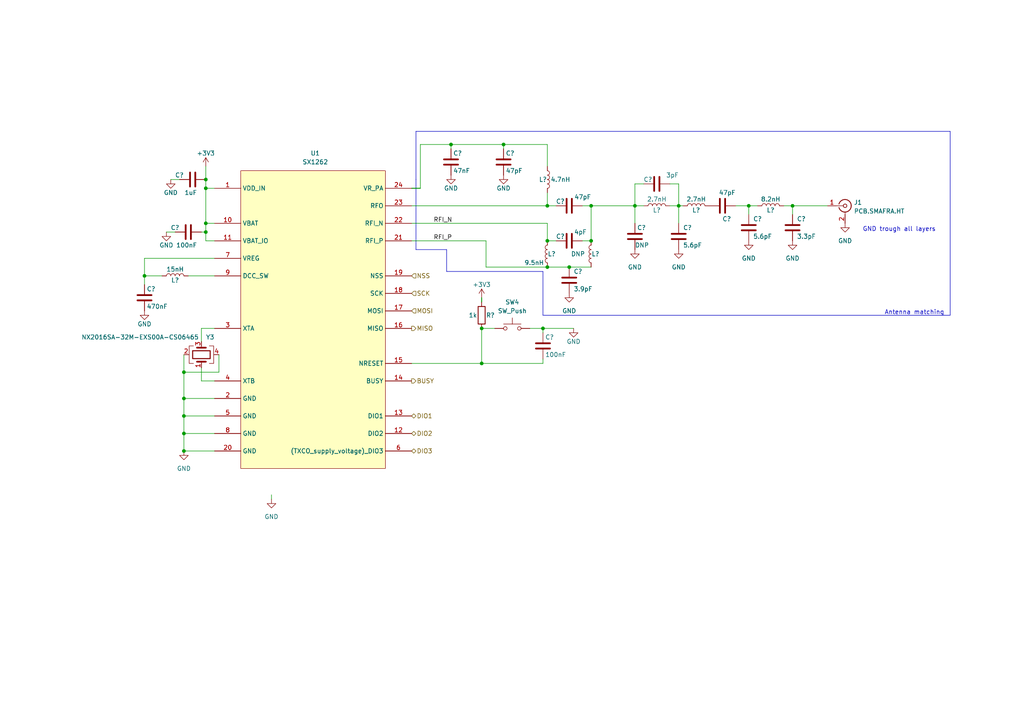
<source format=kicad_sch>
(kicad_sch (version 20231120) (generator "eeschema") (generator_version "8.0")
  (paper "A4")
  (title_block (title "Transceiver"))
  (lib_symbols
    (symbol "Connector:Conn_Coaxial" (pin_names (offset 1.016) hide)
      (property "Reference" "J" (at 0.254 3.048 0))
      (property "Value" "Conn_Coaxial" (at 2.921 0 90))
      (symbol "Conn_Coaxial_0_1"
        (arc (start -1.778 -0.508) (mid 0.2311 -1.8066) (end 1.778 0) (stroke (width 0.254)))
        (polyline (pts (xy -2.54 0) (xy -0.508 0)))
        (polyline (pts (xy 0 -2.54) (xy 0 -1.778)))
        (circle (center 0 0) (radius 0.508) (stroke (width 0.2032)))
        (arc (start 1.778 0) (mid 0.2099 1.8101) (end -1.778 0.508) (stroke (width 0.254)))
      )
      (symbol "Conn_Coaxial_1_1"
        (pin passive line (at -5.08 0 0) (length 2.54) (name "In") (number "1"))
        (pin passive line (at 0 -5.08 90) (length 2.54) (name "Ext") (number "2"))
      )
    )
    (symbol "Device:C" (pin_numbers hide) (pin_names (offset 0.254))
      (property "Reference" "C" (at 0.635 2.54 0))
      (property "Value" "C" (at 0.635 -2.54 0))
      (symbol "C_0_1"
        (polyline (pts (xy -2.032 -0.762) (xy 2.032 -0.762)) (stroke (width 0.508)))
        (polyline (pts (xy -2.032 0.762) (xy 2.032 0.762)) (stroke (width 0.508)))
      )
      (symbol "C_1_1"
        (pin passive line (at 0 3.81 270) (length 2.794) (name "~") (number "1"))
        (pin passive line (at 0 -3.81 90) (length 2.794) (name "~") (number "2"))
      )
    )
    (symbol "Device:Crystal_GND24" (pin_names (offset 1.016) hide)
      (property "Reference" "Y" (at 3.175 5.08 0))
      (property "Value" "Crystal_GND24" (at 3.175 3.175 0))
      (symbol "Crystal_GND24_0_1"
        (rectangle (start -1.143 2.54) (end 1.143 -2.54) (stroke (width 0.3048)))
        (polyline (pts (xy -2.54 0) (xy -2.032 0)))
        (polyline (pts (xy -2.032 -1.27) (xy -2.032 1.27)) (stroke (width 0.508)))
        (polyline (pts (xy 0 -3.81) (xy 0 -3.556)))
        (polyline (pts (xy 0 3.556) (xy 0 3.81)))
        (polyline (pts (xy 2.032 -1.27) (xy 2.032 1.27)) (stroke (width 0.508)))
        (polyline (pts (xy 2.032 0) (xy 2.54 0)))
        (polyline (pts (xy -2.54 -2.286) (xy -2.54 -3.556) (xy 2.54 -3.556) (xy 2.54 -2.286)))
        (polyline (pts (xy -2.54 2.286) (xy -2.54 3.556) (xy 2.54 3.556) (xy 2.54 2.286)))
      )
      (symbol "Crystal_GND24_1_1"
        (pin passive line (at -3.81 0 0) (length 1.27) (name "1") (number "1"))
        (pin passive line (at 0 5.08 270) (length 1.27) (name "2") (number "2"))
        (pin passive line (at 3.81 0 180) (length 1.27) (name "3") (number "3"))
        (pin passive line (at 0 -5.08 90) (length 1.27) (name "4") (number "4"))
      )
    )
    (symbol "Device:L" (pin_numbers hide) (pin_names (offset 1.016) hide)
      (property "Reference" "L" (at -1.27 0 90))
      (property "Value" "L" (at 1.905 0 90))
      (symbol "L_0_1"
        (arc (start 0 -2.54) (mid 0.6323 -1.905) (end 0 -1.27))
        (arc (start 0 -1.27) (mid 0.6323 -0.635) (end 0 0))
        (arc (start 0 0) (mid 0.6323 0.635) (end 0 1.27))
        (arc (start 0 1.27) (mid 0.6323 1.905) (end 0 2.54))
      )
      (symbol "L_1_1"
        (pin passive line (at 0 3.81 270) (length 1.27) (name "1") (number "1"))
        (pin passive line (at 0 -3.81 90) (length 1.27) (name "2") (number "2"))
      )
    )
    (symbol "Device:R" (pin_numbers hide) (pin_names (offset 0))
      (property "Reference" "R" (at 2.032 0 90))
      (property "Value" "R" (at 0 0 90))
      (symbol "R_0_1"
        (rectangle (start -1.016 -2.54) (end 1.016 2.54) (stroke (width 0.254)))
      )
      (symbol "R_1_1"
        (pin passive line (at 0 3.81 270) (length 1.27) (name "~") (number "1"))
        (pin passive line (at 0 -3.81 90) (length 1.27) (name "~") (number "2"))
      )
    )
    (symbol "Switch:SW_Push" (pin_numbers hide) (pin_names (offset 1.016) hide)
      (property "Reference" "SW" (at 1.27 2.54 0))
      (property "Value" "SW_Push" (at 0 -1.524 0))
      (symbol "SW_Push_0_1"
        (circle (center -2.032 0) (radius 0.508))
        (polyline (pts (xy 0 1.27) (xy 0 3.048)))
        (polyline (pts (xy 2.54 1.27) (xy -2.54 1.27)))
        (circle (center 2.032 0) (radius 0.508))
        (pin passive line (at -5.08 0 0) (length 2.54) (name "1") (number "1"))
        (pin passive line (at 5.08 0 180) (length 2.54) (name "2") (number "2"))
      )
    )
    (symbol "custom_library:SX1262"
      (property "Reference" "U" (at 27.94 85.09 0))
      (property "Value" "SX1262" (at 27.94 82.55 0))
      (symbol "SX1262_1_0"
        (rectangle (start 7.62 81.28) (end 49.53 -5.08) (fill (type background)))
        (pin passive line (at 0 76.2 0) (length 7.62) (name "VDD_IN") (number "1"))
        (pin passive line (at 0 66.04 0) (length 7.62) (name "VBAT") (number "10"))
        (pin passive line (at 0 60.96 0) (length 7.62) (name "VBAT_IO") (number "11"))
        (pin passive line (at 57.15 5.08 180) (length 7.62) (name "DIO2") (number "12"))
        (pin passive line (at 57.15 10.16 180) (length 7.62) (name "DIO1") (number "13"))
        (pin passive line (at 57.15 20.32 180) (length 7.62) (name "BUSY") (number "14"))
        (pin passive line (at 57.15 25.4 180) (length 7.62) (name "NRESET") (number "15"))
        (pin passive line (at 57.15 35.56 180) (length 7.62) (name "MISO") (number "16"))
        (pin passive line (at 57.15 40.64 180) (length 7.62) (name "MOSI") (number "17"))
        (pin passive line (at 57.15 45.72 180) (length 7.62) (name "SCK") (number "18"))
        (pin passive line (at 57.15 50.8 180) (length 7.62) (name "NSS") (number "19"))
        (pin passive line (at 0 15.24 0) (length 7.62) (name "GND") (number "2"))
        (pin passive line (at 0 0 0) (length 7.62) (name "GND") (number "20"))
        (pin passive line (at 57.15 60.96 180) (length 7.62) (name "RFI_P") (number "21"))
        (pin passive line (at 57.15 66.04 180) (length 7.62) (name "RFI_N") (number "22"))
        (pin passive line (at 57.15 71.12 180) (length 7.62) (name "RFO") (number "23"))
        (pin passive line (at 57.15 76.2 180) (length 7.62) (name "VR_PA") (number "24"))
        (pin passive line (at 0 35.56 0) (length 7.62) (name "XTA") (number "3"))
        (pin passive line (at 0 20.32 0) (length 7.62) (name "XTB") (number "4"))
        (pin passive line (at 0 10.16 0) (length 7.62) (name "GND") (number "5"))
        (pin passive line (at 57.15 0 180) (length 7.62) (name "(TXCO_supply_voltage)_DIO3") (number "6"))
        (pin passive line (at 0 55.88 0) (length 7.62) (name "VREG") (number "7"))
        (pin passive line (at 0 5.08 0) (length 7.62) (name "GND") (number "8"))
        (pin passive line (at 0 50.8 0) (length 7.62) (name "DCC_SW") (number "9"))
      )
    )
    (symbol "power:+3V3" (power) (pin_names (offset 0))
      (property "Value" "+3V3" (at 0 3.556 0))
      (symbol "+3V3_0_1"
        (polyline (pts (xy -0.762 1.27) (xy 0 2.54)))
        (polyline (pts (xy 0 0) (xy 0 2.54)))
        (polyline (pts (xy 0 2.54) (xy 0.762 1.27)))
      )
      (symbol "+3V3_1_1"
        (pin power_in line (at 0 0 90) (length 0) hide (name "+3V3") (number "1"))
      )
    )
    (symbol "power:GND" (power) (pin_names (offset 0))
      (property "Value" "GND" (at 0 -3.81 0))
      (symbol "GND_0_1"
        (polyline (pts (xy 0 0) (xy 0 -1.27) (xy 1.27 -1.27) (xy 0 -2.54) (xy -1.27 -1.27) (xy 0 -1.27)))
      )
      (symbol "GND_1_1"
        (pin power_in line (at 0 0 270) (length 0) hide (name "GND") (number "1"))
      )
    )
  )
  (junction (at 158.75 59.69))
  (junction (at 196.85 59.69))
  (junction (at 59.69 52.07))
  (junction (at 139.7 95.25))
  (junction (at 139.7 105.41))
  (junction (at 184.15 59.69))
  (junction (at 165.1 77.47))
  (junction (at 130.81 41.91))
  (junction (at 59.69 54.61))
  (junction (at 158.75 77.47))
  (junction (at 53.34 107.95))
  (junction (at 217.17 59.69))
  (junction (at 158.75 69.85))
  (junction (at 146.05 41.91))
  (junction (at 53.34 120.65))
  (junction (at 157.48 95.25))
  (junction (at 41.91 80.01))
  (junction (at 59.69 67.31))
  (junction (at 53.34 130.81))
  (junction (at 59.69 64.77))
  (junction (at 171.45 69.85))
  (junction (at 53.34 115.57))
  (junction (at 171.45 59.69))
  (junction (at 53.34 125.73))
  (junction (at 229.87 59.69))
  (wire (pts (xy 53.34 125.73) (xy 62.23 125.73)))
  (wire (pts (xy 41.91 74.93) (xy 41.91 80.01)))
  (wire (pts (xy 171.45 59.69) (xy 184.15 59.69)))
  (wire (pts (xy 41.91 82.55) (xy 41.91 80.01)))
  (wire (pts (xy 184.15 59.69) (xy 186.69 59.69)))
  (polyline (pts (xy 157.48 91.44) (xy 157.48 78.74)))
  (wire (pts (xy 58.42 110.49) (xy 62.23 110.49)))
  (wire (pts (xy 48.26 67.31) (xy 50.8 67.31)))
  (wire (pts (xy 53.34 125.73) (xy 53.34 130.81)))
  (wire (pts (xy 196.85 53.34) (xy 196.85 59.69)))
  (wire (pts (xy 196.85 59.69) (xy 196.85 64.77)))
  (wire (pts (xy 140.97 69.85) (xy 140.97 77.47)))
  (wire (pts (xy 198.12 59.69) (xy 196.85 59.69)))
  (wire (pts (xy 139.7 95.25) (xy 143.51 95.25)))
  (polyline (pts (xy 129.54 78.74) (xy 129.54 72.39)))
  (wire (pts (xy 53.34 115.57) (xy 53.34 120.65)))
  (wire (pts (xy 119.38 59.69) (xy 158.75 59.69)))
  (wire (pts (xy 217.17 62.23) (xy 217.17 59.69)))
  (wire (pts (xy 158.75 59.69) (xy 161.29 59.69)))
  (wire (pts (xy 157.48 95.25) (xy 166.37 95.25)))
  (wire (pts (xy 53.34 102.87) (xy 53.34 107.95)))
  (wire (pts (xy 168.91 69.85) (xy 171.45 69.85)))
  (wire (pts (xy 119.38 105.41) (xy 139.7 105.41)))
  (wire (pts (xy 54.61 80.01) (xy 62.23 80.01)))
  (wire (pts (xy 59.69 48.26) (xy 59.69 52.07)))
  (wire (pts (xy 58.42 67.31) (xy 59.69 67.31)))
  (wire (pts (xy 194.31 59.69) (xy 196.85 59.69)))
  (wire (pts (xy 158.75 64.77) (xy 158.75 69.85)))
  (polyline (pts (xy 275.59 91.44) (xy 157.48 91.44)))
  (wire (pts (xy 59.69 52.07) (xy 59.69 54.61)))
  (wire (pts (xy 58.42 95.25) (xy 58.42 99.06)))
  (wire (pts (xy 62.23 64.77) (xy 59.69 64.77)))
  (wire (pts (xy 119.38 54.61) (xy 121.92 54.61)) (stroke (width 0.254)))
  (wire (pts (xy 184.15 64.77) (xy 184.15 59.69)))
  (wire (pts (xy 119.38 64.77) (xy 158.75 64.77)))
  (wire (pts (xy 53.34 107.95) (xy 53.34 115.57)))
  (wire (pts (xy 41.91 80.01) (xy 46.99 80.01)))
  (wire (pts (xy 184.15 53.34) (xy 184.15 59.69)))
  (polyline (pts (xy 275.59 38.1) (xy 275.59 91.44)))
  (wire (pts (xy 121.92 54.61) (xy 121.92 41.91)))
  (wire (pts (xy 59.69 69.85) (xy 62.23 69.85)))
  (wire (pts (xy 146.05 41.91) (xy 158.75 41.91)))
  (polyline (pts (xy 120.65 52.07) (xy 120.65 72.39)))
  (wire (pts (xy 59.69 54.61) (xy 59.69 64.77)))
  (wire (pts (xy 184.15 53.34) (xy 186.69 53.34)))
  (wire (pts (xy 171.45 59.69) (xy 168.91 59.69)))
  (wire (pts (xy 158.75 69.85) (xy 161.29 69.85)))
  (wire (pts (xy 153.67 95.25) (xy 157.48 95.25)))
  (wire (pts (xy 146.05 43.18) (xy 146.05 41.91)))
  (wire (pts (xy 158.75 77.47) (xy 165.1 77.47)))
  (polyline (pts (xy 120.65 52.07) (xy 120.65 38.1)))
  (polyline (pts (xy 129.54 72.39) (xy 120.65 72.39)))
  (wire (pts (xy 229.87 62.23) (xy 229.87 59.69)))
  (wire (pts (xy 213.36 59.69) (xy 217.17 59.69)))
  (wire (pts (xy 157.48 105.41) (xy 139.7 105.41)))
  (wire (pts (xy 53.34 115.57) (xy 62.23 115.57)))
  (wire (pts (xy 130.81 43.18) (xy 130.81 41.91)))
  (wire (pts (xy 58.42 106.68) (xy 58.42 110.49)))
  (wire (pts (xy 53.34 120.65) (xy 62.23 120.65)))
  (wire (pts (xy 78.74 143.51) (xy 78.74 144.78)))
  (polyline (pts (xy 157.48 78.74) (xy 129.54 78.74)))
  (wire (pts (xy 119.38 69.85) (xy 140.97 69.85)))
  (wire (pts (xy 157.48 95.25) (xy 157.48 96.52)))
  (wire (pts (xy 52.07 52.07) (xy 49.53 52.07)))
  (wire (pts (xy 58.42 95.25) (xy 62.23 95.25)))
  (wire (pts (xy 139.7 86.36) (xy 139.7 87.63)) (stroke (width 0.254)))
  (wire (pts (xy 59.69 67.31) (xy 59.69 69.85)))
  (wire (pts (xy 53.34 107.95) (xy 63.5 107.95)))
  (wire (pts (xy 53.34 130.81) (xy 62.23 130.81)))
  (wire (pts (xy 130.81 41.91) (xy 146.05 41.91)))
  (wire (pts (xy 227.33 59.69) (xy 229.87 59.69)))
  (wire (pts (xy 121.92 41.91) (xy 130.81 41.91)))
  (wire (pts (xy 140.97 77.47) (xy 158.75 77.47)))
  (wire (pts (xy 139.7 105.41) (xy 139.7 95.25)))
  (wire (pts (xy 59.69 54.61) (xy 62.23 54.61)))
  (wire (pts (xy 53.34 120.65) (xy 53.34 125.73)))
  (wire (pts (xy 229.87 59.69) (xy 240.03 59.69)))
  (wire (pts (xy 194.31 53.34) (xy 196.85 53.34)))
  (wire (pts (xy 165.1 77.47) (xy 171.45 77.47)))
  (wire (pts (xy 158.75 55.88) (xy 158.75 59.69)))
  (wire (pts (xy 157.48 104.14) (xy 157.48 105.41)))
  (wire (pts (xy 158.75 41.91) (xy 158.75 48.26)))
  (wire (pts (xy 171.45 59.69) (xy 171.45 69.85)))
  (wire (pts (xy 62.23 74.93) (xy 41.91 74.93)))
  (wire (pts (xy 59.69 64.77) (xy 59.69 67.31)))
  (polyline (pts (xy 120.65 38.1) (xy 275.59 38.1)))
  (wire (pts (xy 63.5 102.87) (xy 63.5 107.95)))
  (wire (pts (xy 219.71 59.69) (xy 217.17 59.69)))
  (text "GND trough all layers" (at 250.19 67.31 0) (effects (font (size 1.27 1.27)) (justify left bottom)))
  (text "Antenna matching" (at 256.54 91.44 0) (effects (font (size 1.27 1.27)) (justify left bottom)))
  (label "RFI_N" (at 125.73 64.77 0))
  (label "RFI_P" (at 125.73 69.85 0))
  (hierarchical_label "BUSY" (shape output) (at 119.38 110.49 0))
  (hierarchical_label "MOSI" (shape input) (at 119.38 90.17 0))
  (hierarchical_label "DIO3" (shape bidirectional) (at 119.38 130.81 0))
  (hierarchical_label "SCK" (shape input) (at 119.38 85.09 0))
  (hierarchical_label "MISO" (shape output) (at 119.38 95.25 0))
  (hierarchical_label "DIO1" (shape bidirectional) (at 119.38 120.65 0))
  (hierarchical_label "DIO2" (shape bidirectional) (at 119.38 125.73 0))
  (hierarchical_label "NSS" (shape input) (at 119.38 80.01 0))
  (symbol (lib_id "Device:C") (at 165.1 81.28 0) (unit 1)
    (property "Reference" "C?" (at 166.37 78.74 0) (effects (justify left)))
    (property "Value" "3.9pF" (at 166.37 83.82 0) (effects (justify left)))
    (property "Footprint" "Capacitor_SMD:C_0603_1608Metric_Pad1.08x0.95mm_HandSolder" (effects (hide yes)))
    (property "Datasheet" "0603N3R9B500CT" (effects (hide yes)))
    (instances (project "mainboard" (path "" (reference "C?") (unit 1))) (project "mainboard_v1.1" (path "" (reference "C9") (unit 1))) (project "transceiver" (path "" (reference "C?") (unit 1))))
  )
  (symbol (lib_id "Device:L") (at 50.8 80.01 90) (unit 1)
    (property "Reference" "L?" (at 50.8 81.28 90))
    (property "Value" "15nH" (at 50.8 78.105 90))
    (property "Footprint" "Inductor_SMD:L_0603_1608Metric_Pad1.05x0.95mm_HandSolder" (effects (hide yes)))
    (property "PUBLISHED" "8-Jun-2000" (effects (hide yes)))
    (property "LATESTREVISIONDATE" "29-May-2009" (effects (hide yes)))
    (property "LATESTREVISIONNOTE" "IPC-7351 Footprint Added." (effects (hide yes)))
    (property "PACKAGEREFERENCE" "0402-A" (effects (hide yes)))
    (property "PUBLISHER" "Altium Limited" (effects (hide yes)))
    (property "PACKAGEDESCRIPTION" "Chip Inductor" (effects (hide yes)))
    (property "CODE_JEITA" "0402" (effects (hide yes)))
    (property "CODE_IEC" "1005" (effects (hide yes)))
    (property "ALTIUM_VALUE" "15uH" (effects (hide yes)))
    (instances (project "mainboard" (path "" (reference "L?") (unit 1))) (project "mainboard_v1.1" (path "" (reference "L1") (unit 1))) (project "transceiver" (path "" (reference "L?") (unit 1))))
  )
  (symbol (lib_id "Device:L") (at 158.75 52.07 0) (unit 1)
    (property "Reference" "L?" (at 157.48 52.07 0))
    (property "Value" "4.7nH" (at 162.56 52.07 0))
    (property "Footprint" "Inductor_SMD:L_0603_1608Metric_Pad1.05x0.95mm_HandSolder" (effects (hide yes)))
    (property "Datasheet" "LQG18HN4N7S00D" (effects (hide yes)))
    (property "PUBLISHED" "8-Jun-2000" (effects (hide yes)))
    (property "LATESTREVISIONDATE" "29-May-2009" (effects (hide yes)))
    (property "LATESTREVISIONNOTE" "IPC-7351 Footprint Added." (effects (hide yes)))
    (property "PACKAGEREFERENCE" "0402-A" (effects (hide yes)))
    (property "PUBLISHER" "Altium Limited" (effects (hide yes)))
    (property "PACKAGEDESCRIPTION" "Chip Inductor" (effects (hide yes)))
    (property "CODE_JEITA" "0402" (effects (hide yes)))
    (property "CODE_IEC" "1005" (effects (hide yes)))
    (property "ALTIUM_VALUE" "4.7nH" (effects (hide yes)))
    (instances (project "mainboard" (path "" (reference "L?") (unit 1))) (project "mainboard_v1.1" (path "" (reference "L2") (unit 1))) (project "transceiver" (path "" (reference "L?") (unit 1))))
  )
  (symbol (lib_id "Device:C") (at 165.1 59.69 90) (unit 1)
    (property "Reference" "C?" (at 163.83 58.42 90) (effects (justify left)))
    (property "Value" "47pF" (at 171.45 57.15 90) (effects (justify left)))
    (property "Footprint" "Capacitor_SMD:C_0402_1005Metric_Pad0.74x0.62mm_HandSolder" (effects (hide yes)))
    (instances (project "mainboard" (path "" (reference "C?") (unit 1))) (project "mainboard_v1.1" (path "" (reference "C7") (unit 1))) (project "transceiver" (path "" (reference "C?") (unit 1))))
  )
  (symbol (lib_id "Device:C") (at 184.15 68.58 0) (unit 1)
    (property "Reference" "C?" (at 184.785 66.04 0) (effects (justify left)))
    (property "Value" "DNP" (at 184.15 71.12 0) (effects (justify left)))
    (property "Footprint" "Capacitor_SMD:C_0402_1005Metric_Pad0.74x0.62mm_HandSolder" (effects (hide yes)))
    (instances (project "mainboard" (path "" (reference "C?") (unit 1))) (project "mainboard_v1.1" (path "" (reference "C10") (unit 1))) (project "transceiver" (path "" (reference "C?") (unit 1))))
  )
  (symbol (lib_id "Device:C") (at 41.91 86.36 0) (unit 1)
    (property "Reference" "C?" (at 42.545 83.82 0) (effects (justify left)))
    (property "Value" "470nF" (at 42.545 88.9 0) (effects (justify left)))
    (property "Footprint" "Capacitor_SMD:C_0603_1608Metric_Pad1.08x0.95mm_HandSolder" (effects (hide yes)))
    (property "PUBLISHED" "8-Jun-2000" (effects (hide yes)))
    (property "LATESTREVISIONDATE" "29-May-2009" (effects (hide yes)))
    (property "LATESTREVISIONNOTE" "IPC-7351 Footprint Added." (effects (hide yes)))
    (property "PACKAGEREFERENCE" "C1206" (effects (hide yes)))
    (property "PUBLISHER" "Altium Limited" (effects (hide yes)))
    (property "PACKAGEDESCRIPTION" "Chip Capacitor" (effects (hide yes)))
    (property "ALTIUM_VALUE" "470nF" (effects (hide yes)))
    (instances (project "mainboard" (path "" (reference "C?") (unit 1))) (project "mainboard_v1.1" (path "" (reference "C2") (unit 1))) (project "transceiver" (path "" (reference "C?") (unit 1))))
  )
  (symbol (lib_id "Device:L") (at 158.75 73.66 180) (unit 1)
    (property "Reference" "L?" (at 160.02 73.66 0))
    (property "Value" "9.5nH" (at 154.94 76.2 0))
    (property "Footprint" "Inductor_SMD:L_0603_1608Metric_Pad1.05x0.95mm_HandSolder" (effects (hide yes)))
    (property "Datasheet" "LQW18AN8N2G80D" (effects (hide yes)))
    (property "PUBLISHED" "8-Jun-2000" (effects (hide yes)))
    (property "LATESTREVISIONDATE" "29-May-2009" (effects (hide yes)))
    (property "LATESTREVISIONNOTE" "IPC-7351 Footprint Added." (effects (hide yes)))
    (property "PACKAGEREFERENCE" "0402-A" (effects (hide yes)))
    (property "PUBLISHER" "Altium Limited" (effects (hide yes)))
    (property "PACKAGEDESCRIPTION" "Chip Inductor" (effects (hide yes)))
    (property "CODE_JEITA" "0402" (effects (hide yes)))
    (property "CODE_IEC" "1005" (effects (hide yes)))
    (property "ALTIUM_VALUE" "15uH" (effects (hide yes)))
    (instances (project "mainboard" (path "" (reference "L?") (unit 1))) (project "mainboard_v1.1" (path "" (reference "L3") (unit 1))) (project "transceiver" (path "" (reference "L?") (unit 1))))
  )
  (symbol (lib_id "Device:C") (at 209.55 59.69 90) (unit 1)
    (property "Reference" "C?" (at 212.09 63.5 90) (effects (justify left)))
    (property "Value" "47pF" (at 213.36 55.88 90) (effects (justify left)))
    (property "Footprint" "Capacitor_SMD:C_0402_1005Metric_Pad0.74x0.62mm_HandSolder" (effects (hide yes)))
    (property "Datasheet" "04025A470JAT2A" (effects (hide yes)))
    (instances (project "mainboard" (path "" (reference "C?") (unit 1))) (project "mainboard_v1.1" (path "" (reference "C13") (unit 1))) (project "transceiver" (path "" (reference "C?") (unit 1))))
  )
  (symbol (lib_id "Device:C") (at 229.87 66.04 0) (unit 1)
    (property "Reference" "C?" (at 231.14 63.5 0) (effects (justify left)))
    (property "Value" "3.3pF" (at 231.14 68.58 0) (effects (justify left)))
    (property "Footprint" "Capacitor_SMD:C_0603_1608Metric_Pad1.08x0.95mm_HandSolder" (effects (hide yes)))
    (property "Datasheet" "06035A3R3BAT2A" (effects (hide yes)))
    (instances (project "mainboard" (path "" (reference "C?") (unit 1))) (project "mainboard_v1.1" (path "" (reference "C15") (unit 1))) (project "transceiver" (path "" (reference "C?") (unit 1))))
  )
  (symbol (lib_id "power:GND") (at 146.05 50.8 0) (unit 1)
    (property "Reference" "#PWR?" (effects (hide yes)))
    (property "Value" "GND" (at 146.05 54.61 0))
    (instances (project "mainboard" (path "" (reference "#PWR?") (unit 1))) (project "mainboard_v1.1" (path "" (reference "#PWR09") (unit 1))) (project "transceiver" (path "" (reference "#PWR?") (unit 1))))
  )
  (symbol (lib_id "Device:Crystal_GND24") (at 58.42 102.87 90) (unit 1)
    (property "Reference" "Y3" (at 60.96 97.79 90))
    (property "Value" "NX2016SA-32M-EXS00A-CS06465" (at 40.64 97.79 90))
    (property "Footprint" "custom:NX2016SA-32M-EXS00A-CS06465" (effects (hide yes)))
    (property "Datasheet" "https://www.mouser.ee/datasheet/2/905/ndk_08142018_NX2016SA-32M-EXS00A-CS06465_SS-1389053.pdf" (effects (hide yes)))
  )
  (symbol (lib_id "power:GND") (at 49.53 52.07 0) (unit 1)
    (property "Reference" "#PWR?" (effects (hide yes)))
    (property "Value" "GND" (at 49.53 55.88 0))
    (instances (project "mainboard" (path "" (reference "#PWR?") (unit 1))) (project "mainboard_v1.1" (path "" (reference "#PWR03") (unit 1))) (project "transceiver" (path "" (reference "#PWR?") (unit 1))))
  )
  (symbol (lib_id "Device:C") (at 130.81 46.99 0) (unit 1)
    (property "Reference" "C?" (at 131.445 44.45 0) (effects (justify left)))
    (property "Value" "47nF" (at 131.445 49.53 0) (effects (justify left)))
    (property "Footprint" "Capacitor_SMD:C_0402_1005Metric_Pad0.74x0.62mm_HandSolder" (effects (hide yes)))
    (property "Datasheet" "CC0402JRX7R7BB473" (effects (hide yes)))
    (property "PUBLISHED" "8-Jun-2000" (effects (hide yes)))
    (property "LATESTREVISIONDATE" "29-May-2009" (effects (hide yes)))
    (property "LATESTREVISIONNOTE" "IPC-7351 Footprint Added." (effects (hide yes)))
    (property "PACKAGEREFERENCE" "C1206" (effects (hide yes)))
    (property "PUBLISHER" "Altium Limited" (effects (hide yes)))
    (property "PACKAGEDESCRIPTION" "Chip Capacitor" (effects (hide yes)))
    (property "ALTIUM_VALUE" "47nF" (effects (hide yes)))
    (instances (project "mainboard" (path "" (reference "C?") (unit 1))) (project "mainboard_v1.1" (path "" (reference "C5") (unit 1))) (project "transceiver" (path "" (reference "C?") (unit 1))))
  )
  (symbol (lib_id "Switch:SW_Push") (at 148.59 95.25 0) (unit 1)
    (property "Reference" "SW4" (at 148.59 87.63 0))
    (property "Value" "SW_Push" (at 148.59 90.17 0))
    (property "Footprint" "Button_Switch_SMD:SW_SPST_EVQQ2" (effects (hide yes)))
  )
  (symbol (lib_id "Device:L") (at 223.52 59.69 90) (unit 1)
    (property "Reference" "L?" (at 223.52 60.96 90))
    (property "Value" "8.2nH" (at 223.52 57.785 90))
    (property "Footprint" "Inductor_SMD:L_0603_1608Metric_Pad1.05x0.95mm_HandSolder" (effects (hide yes)))
    (property "Datasheet" "LQW18AN8N2G80D" (effects (hide yes)))
    (property "PUBLISHED" "8-Jun-2000" (effects (hide yes)))
    (property "LATESTREVISIONDATE" "29-May-2009" (effects (hide yes)))
    (property "LATESTREVISIONNOTE" "IPC-7351 Footprint Added." (effects (hide yes)))
    (property "PACKAGEREFERENCE" "0402-A" (effects (hide yes)))
    (property "PUBLISHER" "Altium Limited" (effects (hide yes)))
    (property "PACKAGEDESCRIPTION" "Chip Inductor" (effects (hide yes)))
    (property "CODE_JEITA" "0402" (effects (hide yes)))
    (property "CODE_IEC" "1005" (effects (hide yes)))
    (property "ALTIUM_VALUE" "15uH" (effects (hide yes)))
    (instances (project "mainboard" (path "" (reference "L?") (unit 1))) (project "mainboard_v1.1" (path "" (reference "L7") (unit 1))) (project "transceiver" (path "" (reference "L?") (unit 1))))
  )
  (symbol (lib_id "power:GND") (at 184.15 72.39 0) (unit 1)
    (property "Reference" "#PWR01" (effects (hide yes)))
    (property "Value" "GND" (at 184.15 77.47 0))
    (instances (project "mainboard" (path "" (reference "#PWR01") (unit 1))) (project "mainboard_v1.1" (path "" (reference "#PWR011") (unit 1))) (project "transceiver" (path "" (reference "#PWR01") (unit 1))))
  )
  (symbol (lib_id "Device:L") (at 171.45 73.66 180) (unit 1)
    (property "Reference" "L?" (at 172.72 73.66 0))
    (property "Value" "DNP" (at 167.64 73.66 0))
    (property "Footprint" "Inductor_SMD:L_0603_1608Metric_Pad1.05x0.95mm_HandSolder" (effects (hide yes)))
    (property "PUBLISHED" "8-Jun-2000" (effects (hide yes)))
    (property "LATESTREVISIONDATE" "29-May-2009" (effects (hide yes)))
    (property "LATESTREVISIONNOTE" "IPC-7351 Footprint Added." (effects (hide yes)))
    (property "PACKAGEREFERENCE" "0402-A" (effects (hide yes)))
    (property "PUBLISHER" "Altium Limited" (effects (hide yes)))
    (property "PACKAGEDESCRIPTION" "Chip Inductor" (effects (hide yes)))
    (property "CODE_JEITA" "0402" (effects (hide yes)))
    (property "CODE_IEC" "1005" (effects (hide yes)))
    (property "ALTIUM_VALUE" "15uH" (effects (hide yes)))
    (instances (project "mainboard" (path "" (reference "L?") (unit 1))) (project "mainboard_v1.1" (path "" (reference "L4") (unit 1))) (project "transceiver" (path "" (reference "L?") (unit 1))))
  )
  (symbol (lib_id "Device:C") (at 217.17 66.04 0) (unit 1)
    (property "Reference" "C?" (at 218.44 63.5 0) (effects (justify left)))
    (property "Value" "5.6pF" (at 218.44 68.58 0) (effects (justify left)))
    (property "Footprint" "Capacitor_SMD:C_0402_1005Metric_Pad0.74x0.62mm_HandSolder" (effects (hide yes)))
    (property "Datasheet" "GCM1555C1H5R6BA16D" (effects (hide yes)))
    (instances (project "mainboard" (path "" (reference "C?") (unit 1))) (project "mainboard_v1.1" (path "" (reference "C14") (unit 1))) (project "transceiver" (path "" (reference "C?") (unit 1))))
  )
  (symbol (lib_id "Device:L") (at 190.5 59.69 90) (unit 1)
    (property "Reference" "L?" (at 190.5 60.96 90))
    (property "Value" "2.7nH" (at 190.5 57.785 90))
    (property "Footprint" "Inductor_SMD:L_0603_1608Metric_Pad1.05x0.95mm_HandSolder" (effects (hide yes)))
    (property "Datasheet" "LQG18HN2N7S00D" (effects (hide yes)))
    (property "PUBLISHED" "8-Jun-2000" (effects (hide yes)))
    (property "LATESTREVISIONDATE" "29-May-2009" (effects (hide yes)))
    (property "LATESTREVISIONNOTE" "IPC-7351 Footprint Added." (effects (hide yes)))
    (property "PACKAGEREFERENCE" "0402-A" (effects (hide yes)))
    (property "PUBLISHER" "Altium Limited" (effects (hide yes)))
    (property "PACKAGEDESCRIPTION" "Chip Inductor" (effects (hide yes)))
    (property "CODE_JEITA" "0402" (effects (hide yes)))
    (property "CODE_IEC" "1005" (effects (hide yes)))
    (property "ALTIUM_VALUE" "15uH" (effects (hide yes)))
    (instances (project "mainboard" (path "" (reference "L?") (unit 1))) (project "mainboard_v1.1" (path "" (reference "L5") (unit 1))) (project "transceiver" (path "" (reference "L?") (unit 1))))
  )
  (symbol (lib_id "Device:C") (at 146.05 46.99 0) (unit 1)
    (property "Reference" "C?" (at 146.685 44.45 0) (effects (justify left)))
    (property "Value" "47pF" (at 146.685 49.53 0) (effects (justify left)))
    (property "Footprint" "Capacitor_SMD:C_0402_1005Metric_Pad0.74x0.62mm_HandSolder" (effects (hide yes)))
    (property "Datasheet" "04025A470JAT2A" (effects (hide yes)))
    (property "PUBLISHED" "8-Jun-2000" (effects (hide yes)))
    (property "LATESTREVISIONDATE" "29-May-2009" (effects (hide yes)))
    (property "LATESTREVISIONNOTE" "IPC-7351 Footprint Added." (effects (hide yes)))
    (property "PACKAGEREFERENCE" "C1206" (effects (hide yes)))
    (property "PUBLISHER" "Altium Limited" (effects (hide yes)))
    (property "PACKAGEDESCRIPTION" "Chip Capacitor" (effects (hide yes)))
    (property "ALTIUM_VALUE" "47pF" (effects (hide yes)))
    (instances (project "mainboard" (path "" (reference "C?") (unit 1))) (project "mainboard_v1.1" (path "" (reference "C6") (unit 1))) (project "transceiver" (path "" (reference "C?") (unit 1))))
  )
  (symbol (lib_id "Device:C") (at 190.5 53.34 90) (unit 1)
    (property "Reference" "C?" (at 189.23 52.07 90) (effects (justify left)))
    (property "Value" "3pF" (at 196.85 50.8 90) (effects (justify left)))
    (property "Footprint" "Capacitor_SMD:C_0402_1005Metric_Pad0.74x0.62mm_HandSolder" (effects (hide yes)))
    (property "Datasheet" "CBR04C309B5GAC" (effects (hide yes)))
    (instances (project "mainboard" (path "" (reference "C?") (unit 1))) (project "mainboard_v1.1" (path "" (reference "C11") (unit 1))) (project "transceiver" (path "" (reference "C?") (unit 1))))
  )
  (symbol (lib_id "Device:C") (at 54.61 67.31 90) (unit 1)
    (property "Reference" "C?" (at 52.07 66.04 90) (effects (justify left)))
    (property "Value" "100nF" (at 57.15 71.12 90) (effects (justify left)))
    (property "Footprint" "Capacitor_SMD:C_0603_1608Metric_Pad1.08x0.95mm_HandSolder" (effects (hide yes)))
    (property "PUBLISHED" "8-Jun-2000" (effects (hide yes)))
    (property "LATESTREVISIONDATE" "29-May-2009" (effects (hide yes)))
    (property "LATESTREVISIONNOTE" "IPC-7351 Footprint Added." (effects (hide yes)))
    (property "PACKAGEREFERENCE" "C1206" (effects (hide yes)))
    (property "PUBLISHER" "Altium Limited" (effects (hide yes)))
    (property "PACKAGEDESCRIPTION" "Chip Capacitor" (effects (hide yes)))
    (property "ALTIUM_VALUE" "100nF" (effects (hide yes)))
    (instances (project "mainboard" (path "" (reference "C?") (unit 1))) (project "mainboard_v1.1" (path "" (reference "C3") (unit 1))) (project "transceiver" (path "" (reference "C?") (unit 1))))
  )
  (symbol (lib_id "Connector:Conn_Coaxial") (at 245.11 59.69 0) (unit 1)
    (property "Reference" "J1" (at 247.65 58.7132 0) (effects (justify left)))
    (property "Value" "PCB.SMAFRA.HT" (at 247.65 61.2532 0) (effects (justify left)))
    (property "Footprint" "Connector_Coaxial:SMA_Samtec_SMA-J-P-X-ST-EM1_EdgeMount" (effects (hide yes)))
    (property "Datasheet" "https://www.tme.eu/Document/5895dbb620da9c3499391e7670c4adea/RF2-143-T-17-50-G.pdf" (effects (hide yes)))
    (property "Part" "RF2-143-T-17-50-G" (effects (hide yes)))
  )
  (symbol (lib_id "power:GND") (at 165.1 85.09 0) (unit 1)
    (property "Reference" "#PWR06" (effects (hide yes)))
    (property "Value" "GND" (at 165.1 90.17 0))
    (instances (project "mainboard" (path "" (reference "#PWR06") (unit 1))) (project "mainboard_v1.1" (path "" (reference "#PWR010") (unit 1))) (project "transceiver" (path "" (reference "#PWR06") (unit 1))))
  )
  (symbol (lib_id "power:GND") (at 196.85 72.39 0) (unit 1)
    (property "Reference" "#PWR02" (effects (hide yes)))
    (property "Value" "GND" (at 196.85 77.47 0))
    (instances (project "mainboard" (path "" (reference "#PWR02") (unit 1))) (project "mainboard_v1.1" (path "" (reference "#PWR012") (unit 1))) (project "transceiver" (path "" (reference "#PWR02") (unit 1))))
  )
  (symbol (lib_id "power:+3V3") (at 139.7 86.36 0) (unit 1)
    (property "Reference" "#PWR07" (effects (hide yes)))
    (property "Value" "+3V3" (at 139.7 82.55 0))
    (instances (project "mainboard" (path "" (reference "#PWR07") (unit 1)) (path "" (reference "#PWR010") (unit 1))) (project "mainboard_v1.1" (path "" (reference "#PWR06") (unit 1))) (project "transceiver" (path "" (reference "#PWR07") (unit 1))))
  )
  (symbol (lib_id "Device:C") (at 196.85 68.58 0) (unit 1)
    (property "Reference" "C?" (at 198.12 66.04 0) (effects (justify left)))
    (property "Value" "5.6pF" (at 198.12 71.12 0) (effects (justify left)))
    (property "Footprint" "Capacitor_SMD:C_0402_1005Metric_Pad0.74x0.62mm_HandSolder" (effects (hide yes)))
    (property "Datasheet" "GCM1555C1H5R6BA16D" (effects (hide yes)))
    (instances (project "mainboard" (path "" (reference "C?") (unit 1))) (project "mainboard_v1.1" (path "" (reference "C12") (unit 1))) (project "transceiver" (path "" (reference "C?") (unit 1))))
  )
  (symbol (lib_id "power:GND") (at 245.11 64.77 0) (unit 1)
    (property "Reference" "#PWR05" (effects (hide yes)))
    (property "Value" "GND" (at 245.11 69.85 0))
    (instances (project "mainboard" (path "" (reference "#PWR05") (unit 1))) (project "mainboard_v1.1" (path "" (reference "#PWR015") (unit 1))) (project "transceiver" (path "" (reference "#PWR05") (unit 1))))
  )
  (symbol (lib_id "power:GND") (at 217.17 69.85 0) (unit 1)
    (property "Reference" "#PWR03" (effects (hide yes)))
    (property "Value" "GND" (at 217.17 74.93 0))
    (instances (project "mainboard" (path "" (reference "#PWR03") (unit 1))) (project "mainboard_v1.1" (path "" (reference "#PWR013") (unit 1))) (project "transceiver" (path "" (reference "#PWR03") (unit 1))))
  )
  (symbol (lib_id "power:GND") (at 41.91 90.17 0) (unit 1)
    (property "Reference" "#PWR?" (effects (hide yes)))
    (property "Value" "GND" (at 41.91 93.98 0))
    (instances (project "mainboard" (path "" (reference "#PWR?") (unit 1))) (project "mainboard_v1.1" (path "" (reference "#PWR01") (unit 1))) (project "transceiver" (path "" (reference "#PWR?") (unit 1))))
  )
  (symbol (lib_id "power:GND") (at 48.26 67.31 0) (unit 1)
    (property "Reference" "#PWR?" (effects (hide yes)))
    (property "Value" "GND" (at 48.26 71.12 0))
    (instances (project "mainboard" (path "" (reference "#PWR?") (unit 1))) (project "mainboard_v1.1" (path "" (reference "#PWR02") (unit 1))) (project "transceiver" (path "" (reference "#PWR?") (unit 1))))
  )
  (symbol (lib_id "power:GND") (at 166.37 95.25 0) (unit 1)
    (property "Reference" "#PWR?" (effects (hide yes)))
    (property "Value" "GND" (at 166.37 99.06 0))
    (instances (project "mainboard" (path "" (reference "#PWR?") (unit 1))) (project "mainboard_v1.1" (path "" (reference "#PWR07") (unit 1))) (project "transceiver" (path "" (reference "#PWR?") (unit 1))))
  )
  (symbol (lib_id "Device:C") (at 165.1 69.85 90) (unit 1)
    (property "Reference" "C?" (at 163.83 68.58 90) (effects (justify left)))
    (property "Value" "4pF" (at 170.18 67.31 90) (effects (justify left)))
    (property "Footprint" "Capacitor_SMD:C_0402_1005Metric_Pad0.74x0.62mm_HandSolder" (effects (hide yes)))
    (property "Datasheet" "CBR04C409B5GAC" (effects (hide yes)))
    (instances (project "mainboard" (path "" (reference "C?") (unit 1))) (project "mainboard_v1.1" (path "" (reference "C8") (unit 1))) (project "transceiver" (path "" (reference "C?") (unit 1))))
  )
  (symbol (lib_id "Device:C") (at 157.48 100.33 0) (unit 1)
    (property "Reference" "C?" (at 158.115 97.79 0) (effects (justify left)))
    (property "Value" "100nF" (at 158.115 102.87 0) (effects (justify left)))
    (property "Footprint" "Capacitor_SMD:C_0603_1608Metric_Pad1.08x0.95mm_HandSolder" (effects (hide yes)))
    (property "PUBLISHED" "8-Jun-2000" (effects (hide yes)))
    (property "LATESTREVISIONDATE" "29-May-2009" (effects (hide yes)))
    (property "LATESTREVISIONNOTE" "IPC-7351 Footprint Added." (effects (hide yes)))
    (property "PACKAGEREFERENCE" "C1206" (effects (hide yes)))
    (property "PUBLISHER" "Altium Limited" (effects (hide yes)))
    (property "PACKAGEDESCRIPTION" "Chip Capacitor" (effects (hide yes)))
    (property "ALTIUM_VALUE" "100nF" (effects (hide yes)))
    (instances (project "mainboard" (path "" (reference "C?") (unit 1))) (project "mainboard_v1.1" (path "" (reference "C1") (unit 1))) (project "transceiver" (path "" (reference "C?") (unit 1))))
  )
  (symbol (lib_id "custom_library:SX1262") (at 62.23 130.81 0) (unit 1)
    (property "Reference" "U1" (at 91.44 44.45 0))
    (property "Value" "SX1262" (at 91.44 46.99 0))
    (property "Footprint" "custom:SX1262" (effects (hide yes)))
  )
  (symbol (lib_id "power:GND") (at 229.87 69.85 0) (unit 1)
    (property "Reference" "#PWR04" (effects (hide yes)))
    (property "Value" "GND" (at 229.87 74.93 0))
    (instances (project "mainboard" (path "" (reference "#PWR04") (unit 1))) (project "mainboard_v1.1" (path "" (reference "#PWR014") (unit 1))) (project "transceiver" (path "" (reference "#PWR04") (unit 1))))
  )
  (symbol (lib_id "power:GND") (at 130.81 50.8 0) (unit 1)
    (property "Reference" "#PWR?" (effects (hide yes)))
    (property "Value" "GND" (at 130.81 54.61 0))
    (instances (project "mainboard" (path "" (reference "#PWR?") (unit 1))) (project "mainboard_v1.1" (path "" (reference "#PWR08") (unit 1))) (project "transceiver" (path "" (reference "#PWR?") (unit 1))))
  )
  (symbol (lib_id "power:+3V3") (at 59.69 48.26 0) (unit 1)
    (property "Reference" "#PWR07" (effects (hide yes)))
    (property "Value" "+3V3" (at 59.69 44.45 0))
    (instances (project "mainboard" (path "" (reference "#PWR07") (unit 1)) (path "" (reference "#PWR011") (unit 1))) (project "mainboard_v1.1" (path "" (reference "#PWR04") (unit 1))) (project "transceiver" (path "" (reference "#PWR07") (unit 1))))
  )
  (symbol (lib_id "power:GND") (at 78.74 144.78 0) (unit 1)
    (property "Reference" "#PWR043" (effects (hide yes)))
    (property "Value" "GND" (at 78.74 149.86 0))
  )
  (symbol (lib_id "power:GND") (at 53.34 130.81 0) (unit 1)
    (property "Reference" "#PWR05" (effects (hide yes)))
    (property "Value" "GND" (at 53.34 135.89 0))
  )
  (symbol (lib_id "Device:R") (at 139.7 91.44 0) (unit 1)
    (property "Reference" "R?" (at 142.24 91.44 0))
    (property "Value" "1k" (at 137.16 91.44 0))
    (property "Footprint" "Resistor_SMD:R_0603_1608Metric_Pad0.98x0.95mm_HandSolder" (effects (hide yes)))
    (property "PUBLISHED" "8-Jun-2000" (effects (hide yes)))
    (property "LATESTREVISIONDATE" "29-May-2009" (effects (hide yes)))
    (property "LATESTREVISIONNOTE" "IPC-7351 Footprint Added." (effects (hide yes)))
    (property "PACKAGEREFERENCE" "J1-0603" (effects (hide yes)))
    (property "PUBLISHER" "Altium Limited" (effects (hide yes)))
    (property "PACKAGEDESCRIPTION" "Chip Resistor" (effects (hide yes)))
    (property "ALTIUM_VALUE" "1K" (effects (hide yes)))
    (instances (project "mainboard" (path "" (reference "R?") (unit 1))) (project "mainboard_v1.1" (path "" (reference "R1") (unit 1))) (project "transceiver" (path "" (reference "R?") (unit 1))))
  )
  (symbol (lib_id "Device:L") (at 201.93 59.69 90) (unit 1)
    (property "Reference" "L?" (at 201.93 60.96 90))
    (property "Value" "2.7nH" (at 201.93 57.785 90))
    (property "Footprint" "Inductor_SMD:L_0603_1608Metric_Pad1.05x0.95mm_HandSolder" (effects (hide yes)))
    (property "Datasheet" "LQG18HN2N7S00D" (effects (hide yes)))
    (property "PUBLISHED" "8-Jun-2000" (effects (hide yes)))
    (property "LATESTREVISIONDATE" "29-May-2009" (effects (hide yes)))
    (property "LATESTREVISIONNOTE" "IPC-7351 Footprint Added." (effects (hide yes)))
    (property "PACKAGEREFERENCE" "0402-A" (effects (hide yes)))
    (property "PUBLISHER" "Altium Limited" (effects (hide yes)))
    (property "PACKAGEDESCRIPTION" "Chip Inductor" (effects (hide yes)))
    (property "CODE_JEITA" "0402" (effects (hide yes)))
    (property "CODE_IEC" "1005" (effects (hide yes)))
    (property "ALTIUM_VALUE" "15uH" (effects (hide yes)))
    (instances (project "mainboard" (path "" (reference "L?") (unit 1))) (project "mainboard_v1.1" (path "" (reference "L6") (unit 1))) (project "transceiver" (path "" (reference "L?") (unit 1))))
  )
  (symbol (lib_id "Device:C") (at 55.88 52.07 90) (unit 1)
    (property "Reference" "C?" (at 53.34 50.8 90) (effects (justify left)))
    (property "Value" "1uF" (at 57.15 55.88 90) (effects (justify left)))
    (property "Footprint" "Capacitor_SMD:C_0603_1608Metric_Pad1.08x0.95mm_HandSolder" (effects (hide yes)))
    (property "PUBLISHED" "8-Jun-2000" (effects (hide yes)))
    (property "LATESTREVISIONDATE" "29-May-2009" (effects (hide yes)))
    (property "LATESTREVISIONNOTE" "IPC-7351 Footprint Added." (effects (hide yes)))
    (property "PACKAGEREFERENCE" "C1206" (effects (hide yes)))
    (property "PUBLISHER" "Altium Limited" (effects (hide yes)))
    (property "PACKAGEDESCRIPTION" "Chip Capacitor" (effects (hide yes)))
    (property "ALTIUM_VALUE" "1uF" (effects (hide yes)))
    (instances (project "mainboard" (path "" (reference "C?") (unit 1))) (project "mainboard_v1.1" (path "" (reference "C4") (unit 1))) (project "transceiver" (path "" (reference "C?") (unit 1))))
  )
)
</source>
